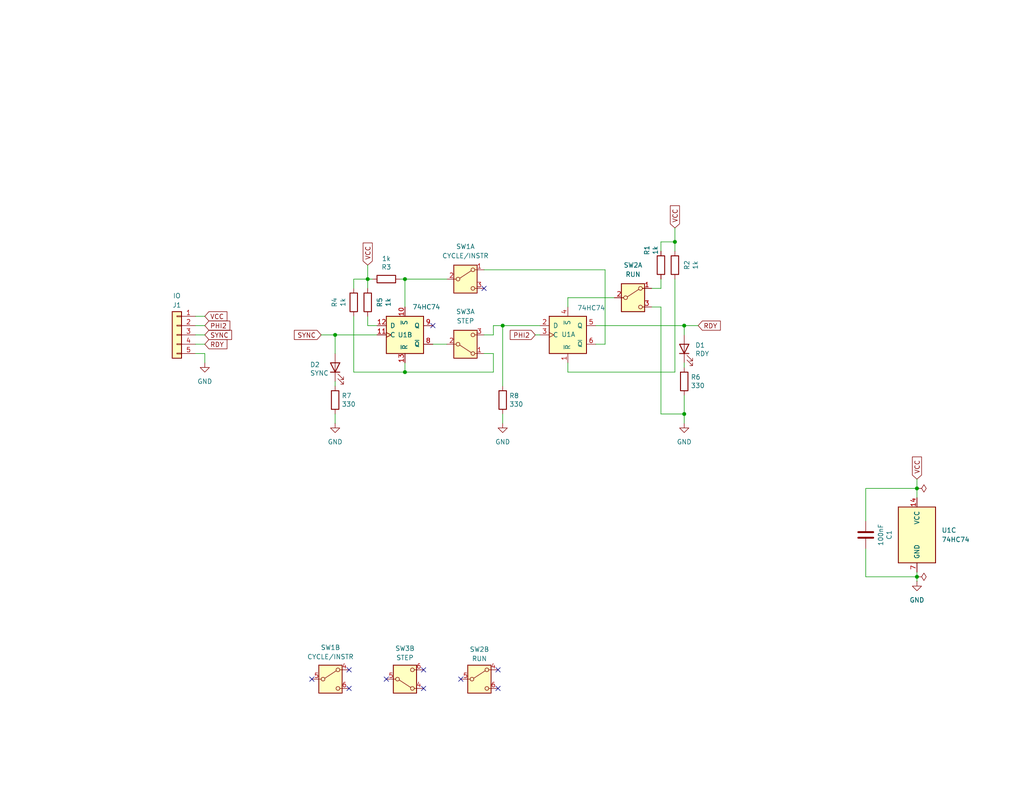
<source format=kicad_sch>
(kicad_sch (version 20250114) (generator "eeschema") (generator_version "9.0")
  (paper "USLetter")
  (title_block (title "6502 Clock Helper") (date "2025-11-16") (rev "1.0") (company "A.C. Wright Design"))
  (lib_symbols
    (symbol "74xx:74HC74" (pin_names (offset 1.016))
      (property "Reference" "U" (at -7.62 8.89 0))
      (property "Value" "74HC74" (at -7.62 -8.89 0))
      (symbol "74HC74_1_0"
        (pin input line (at -7.62 2.54 0) (length 2.54) (name "D") (number "2"))
        (pin input clock (at -7.62 0 0) (length 2.54) (name "C") (number "3"))
        (pin input line (at 0 7.62 270) (length 2.54) (name "~{S}") (number "4"))
        (pin input line (at 0 -7.62 90) (length 2.54) (name "~{R}") (number "1"))
        (pin output line (at 7.62 2.54 180) (length 2.54) (name "Q") (number "5"))
        (pin output line (at 7.62 -2.54 180) (length 2.54) (name "~{Q}") (number "6"))
      )
      (symbol "74HC74_1_1"
        (rectangle (start -5.08 5.08) (end 5.08 -5.08) (stroke (width 0.254)) (fill (type background)))
      )
      (symbol "74HC74_2_0"
        (pin input line (at -7.62 2.54 0) (length 2.54) (name "D") (number "12"))
        (pin input clock (at -7.62 0 0) (length 2.54) (name "C") (number "11"))
        (pin input line (at 0 7.62 270) (length 2.54) (name "~{S}") (number "10"))
        (pin input line (at 0 -7.62 90) (length 2.54) (name "~{R}") (number "13"))
        (pin output line (at 7.62 2.54 180) (length 2.54) (name "Q") (number "9"))
        (pin output line (at 7.62 -2.54 180) (length 2.54) (name "~{Q}") (number "8"))
      )
      (symbol "74HC74_2_1"
        (rectangle (start -5.08 5.08) (end 5.08 -5.08) (stroke (width 0.254)) (fill (type background)))
      )
      (symbol "74HC74_3_0"
        (pin power_in line (at 0 10.16 270) (length 2.54) (name "VCC") (number "14"))
        (pin power_in line (at 0 -10.16 90) (length 2.54) (name "GND") (number "7"))
      )
      (symbol "74HC74_3_1"
        (rectangle (start -5.08 7.62) (end 5.08 -7.62) (stroke (width 0.254)) (fill (type background)))
      )
    )
    (symbol "Connector_Generic:Conn_01x05" (pin_names (offset 1.016) (hide yes))
      (property "Reference" "J" (at 0 7.62 0))
      (property "Value" "Conn_01x05" (at 0 -7.62 0))
      (symbol "Conn_01x05_1_1"
        (rectangle (start -1.27 6.35) (end 1.27 -6.35) (stroke (width 0.254)) (fill (type background)))
        (rectangle (start -1.27 5.207) (end 0 4.953) (stroke (width 0.1524)))
        (rectangle (start -1.27 2.667) (end 0 2.413) (stroke (width 0.1524)))
        (rectangle (start -1.27 0.127) (end 0 -0.127) (stroke (width 0.1524)))
        (rectangle (start -1.27 -2.413) (end 0 -2.667) (stroke (width 0.1524)))
        (rectangle (start -1.27 -4.953) (end 0 -5.207) (stroke (width 0.1524)))
        (pin passive line (at -5.08 5.08 0) (length 3.81) (name "Pin_1") (number "1"))
        (pin passive line (at -5.08 2.54 0) (length 3.81) (name "Pin_2") (number "2"))
        (pin passive line (at -5.08 0 0) (length 3.81) (name "Pin_3") (number "3"))
        (pin passive line (at -5.08 -2.54 0) (length 3.81) (name "Pin_4") (number "4"))
        (pin passive line (at -5.08 -5.08 0) (length 3.81) (name "Pin_5") (number "5"))
      )
    )
    (symbol "Device:C" (pin_numbers (hide yes)) (pin_names (offset 0.254))
      (property "Reference" "C" (at 0.635 2.54 0))
      (property "Value" "C" (at 0.635 -2.54 0))
      (symbol "C_0_1"
        (polyline (pts (xy -2.032 0.762) (xy 2.032 0.762)) (stroke (width 0.508)))
        (polyline (pts (xy -2.032 -0.762) (xy 2.032 -0.762)) (stroke (width 0.508)))
      )
      (symbol "C_1_1"
        (pin passive line (at 0 3.81 270) (length 2.794) (name "~") (number "1"))
        (pin passive line (at 0 -3.81 90) (length 2.794) (name "~") (number "2"))
      )
    )
    (symbol "Device:LED" (pin_numbers (hide yes)) (pin_names (offset 1.016) (hide yes))
      (property "Reference" "D" (at 0 2.54 0))
      (property "Value" "LED" (at 0 -2.54 0))
      (symbol "LED_0_1"
        (polyline (pts (xy -3.048 -0.762) (xy -4.572 -2.286) (xy -3.81 -2.286) (xy -4.572 -2.286) (xy -4.572 -1.524)))
        (polyline (pts (xy -1.778 -0.762) (xy -3.302 -2.286) (xy -2.54 -2.286) (xy -3.302 -2.286) (xy -3.302 -1.524)))
        (polyline (pts (xy -1.27 0) (xy 1.27 0)))
        (polyline (pts (xy -1.27 -1.27) (xy -1.27 1.27)) (stroke (width 0.254)))
        (polyline (pts (xy 1.27 -1.27) (xy 1.27 1.27) (xy -1.27 0) (xy 1.27 -1.27)) (stroke (width 0.254)))
      )
      (symbol "LED_1_1"
        (pin passive line (at -3.81 0 0) (length 2.54) (name "K") (number "1"))
        (pin passive line (at 3.81 0 180) (length 2.54) (name "A") (number "2"))
      )
    )
    (symbol "Device:R" (pin_numbers (hide yes)) (pin_names (offset 0))
      (property "Reference" "R" (at 2.032 0 90))
      (property "Value" "R" (at 0 0 90))
      (symbol "R_0_1"
        (rectangle (start -1.016 -2.54) (end 1.016 2.54) (stroke (width 0.254)))
      )
      (symbol "R_1_1"
        (pin passive line (at 0 3.81 270) (length 1.27) (name "~") (number "1"))
        (pin passive line (at 0 -3.81 90) (length 1.27) (name "~") (number "2"))
      )
    )
    (symbol "GND_1" (power) (pin_numbers (hide yes)) (pin_names (offset 0) (hide yes))
      (property "Value" "GND" (at 0 -3.81 0))
      (symbol "GND_1_0_1"
        (polyline (pts (xy 0 0) (xy 0 -1.27) (xy 1.27 -1.27) (xy 0 -2.54) (xy -1.27 -1.27) (xy 0 -1.27)))
      )
      (symbol "GND_1_1_1"
        (pin power_in line (at 0 0 270) (length 0) (name "~") (number "1"))
      )
    )
    (symbol "Switch:SW_DPDT_x2" (pin_names (offset 0) (hide yes))
      (property "Reference" "SW" (at 0 5.08 0))
      (property "Value" "SW_DPDT_x2" (at 0 -5.08 0))
      (symbol "SW_DPDT_x2_0_0"
        (circle (center -2.032 0) (radius 0.508))
        (circle (center 2.032 -2.54) (radius 0.508))
      )
      (symbol "SW_DPDT_x2_0_1"
        (rectangle (start -3.175 3.81) (end 3.175 -3.81) (stroke (width 0.254)) (fill (type background)))
        (polyline (pts (xy -1.524 0.254) (xy 1.5748 2.286)))
        (circle (center 2.032 2.54) (radius 0.508))
      )
      (symbol "SW_DPDT_x2_1_1"
        (pin passive line (at -5.08 0 0) (length 2.54) (name "B") (number "2"))
        (pin passive line (at 5.08 2.54 180) (length 2.54) (name "A") (number "1"))
        (pin passive line (at 5.08 -2.54 180) (length 2.54) (name "C") (number "3"))
      )
      (symbol "SW_DPDT_x2_2_1"
        (pin passive line (at -5.08 0 0) (length 2.54) (name "B") (number "5"))
        (pin passive line (at 5.08 2.54 180) (length 2.54) (name "A") (number "4"))
        (pin passive line (at 5.08 -2.54 180) (length 2.54) (name "C") (number "6"))
      )
    )
    (symbol "power:PWR_FLAG" (power) (pin_numbers (hide yes)) (pin_names (offset 0) (hide yes))
      (property "Value" "PWR_FLAG" (at 0 3.81 0))
      (symbol "PWR_FLAG_0_0"
        (pin power_out line (at 0 0 90) (length 0) (name "~") (number "1"))
      )
      (symbol "PWR_FLAG_0_1"
        (polyline (pts (xy 0 0) (xy 0 1.27) (xy -1.016 1.905) (xy 0 2.54) (xy 1.016 1.905) (xy 0 1.27)))
      )
    )
  )
  (junction (at 250.19 157.48))
  (junction (at 91.44 91.44))
  (junction (at 137.16 88.9))
  (junction (at 186.69 88.9))
  (junction (at 184.15 66.04))
  (junction (at 100.33 76.2))
  (junction (at 110.49 76.2))
  (junction (at 186.69 113.03))
  (junction (at 250.19 133.35))
  (junction (at 110.49 101.6))
  (no_connect (at 105.41 185.42))
  (no_connect (at 135.89 187.96))
  (no_connect (at 135.89 182.88))
  (no_connect (at 95.25 187.96))
  (no_connect (at 125.73 185.42))
  (no_connect (at 95.25 182.88))
  (no_connect (at 115.57 182.88))
  (no_connect (at 85.09 185.42))
  (no_connect (at 115.57 187.96))
  (no_connect (at 118.11 88.9))
  (no_connect (at 132.08 78.74))
  (wire (pts (xy 180.34 76.2) (xy 180.34 78.74)))
  (wire (pts (xy 236.22 149.86) (xy 236.22 157.48)))
  (wire (pts (xy 186.69 99.06) (xy 186.69 100.33)))
  (wire (pts (xy 96.52 86.36) (xy 96.52 101.6)))
  (wire (pts (xy 184.15 62.23) (xy 184.15 66.04)))
  (wire (pts (xy 53.34 86.36) (xy 55.88 86.36)))
  (wire (pts (xy 132.08 91.44) (xy 134.62 91.44)))
  (wire (pts (xy 96.52 101.6) (xy 110.49 101.6)))
  (wire (pts (xy 236.22 157.48) (xy 250.19 157.48)))
  (wire (pts (xy 165.1 93.98) (xy 162.56 93.98)))
  (wire (pts (xy 134.62 91.44) (xy 134.62 88.9)))
  (wire (pts (xy 162.56 88.9) (xy 186.69 88.9)))
  (wire (pts (xy 186.69 91.44) (xy 186.69 88.9)))
  (wire (pts (xy 177.8 83.82) (xy 180.34 83.82)))
  (wire (pts (xy 91.44 91.44) (xy 102.87 91.44)))
  (wire (pts (xy 154.94 81.28) (xy 154.94 83.82)))
  (wire (pts (xy 165.1 73.66) (xy 165.1 93.98)))
  (wire (pts (xy 134.62 96.52) (xy 134.62 101.6)))
  (wire (pts (xy 100.33 72.39) (xy 100.33 76.2)))
  (wire (pts (xy 250.19 157.48) (xy 250.19 158.75)))
  (wire (pts (xy 53.34 91.44) (xy 55.88 91.44)))
  (wire (pts (xy 186.69 107.95) (xy 186.69 113.03)))
  (wire (pts (xy 132.08 96.52) (xy 134.62 96.52)))
  (wire (pts (xy 167.64 81.28) (xy 154.94 81.28)))
  (wire (pts (xy 137.16 88.9) (xy 137.16 105.41)))
  (wire (pts (xy 53.34 93.98) (xy 55.88 93.98)))
  (wire (pts (xy 87.63 91.44) (xy 91.44 91.44)))
  (wire (pts (xy 132.08 73.66) (xy 165.1 73.66)))
  (wire (pts (xy 236.22 142.24) (xy 236.22 133.35)))
  (wire (pts (xy 186.69 88.9) (xy 190.5 88.9)))
  (wire (pts (xy 110.49 101.6) (xy 110.49 99.06)))
  (wire (pts (xy 134.62 101.6) (xy 110.49 101.6)))
  (wire (pts (xy 91.44 113.03) (xy 91.44 115.57)))
  (wire (pts (xy 110.49 76.2) (xy 110.49 83.82)))
  (wire (pts (xy 110.49 76.2) (xy 121.92 76.2)))
  (wire (pts (xy 91.44 104.14) (xy 91.44 105.41)))
  (wire (pts (xy 180.34 83.82) (xy 180.34 113.03)))
  (wire (pts (xy 236.22 133.35) (xy 250.19 133.35)))
  (wire (pts (xy 55.88 96.52) (xy 53.34 96.52)))
  (wire (pts (xy 146.05 91.44) (xy 147.32 91.44)))
  (wire (pts (xy 184.15 76.2) (xy 184.15 101.6)))
  (wire (pts (xy 186.69 113.03) (xy 186.69 115.57)))
  (wire (pts (xy 101.6 76.2) (xy 100.33 76.2)))
  (wire (pts (xy 250.19 133.35) (xy 250.19 135.89)))
  (wire (pts (xy 100.33 88.9) (xy 100.33 86.36)))
  (wire (pts (xy 154.94 101.6) (xy 154.94 99.06)))
  (wire (pts (xy 53.34 88.9) (xy 55.88 88.9)))
  (wire (pts (xy 100.33 76.2) (xy 100.33 78.74)))
  (wire (pts (xy 134.62 88.9) (xy 137.16 88.9)))
  (wire (pts (xy 180.34 78.74) (xy 177.8 78.74)))
  (wire (pts (xy 250.19 156.21) (xy 250.19 157.48)))
  (wire (pts (xy 250.19 130.81) (xy 250.19 133.35)))
  (wire (pts (xy 180.34 68.58) (xy 180.34 66.04)))
  (wire (pts (xy 96.52 78.74) (xy 96.52 76.2)))
  (wire (pts (xy 102.87 88.9) (xy 100.33 88.9)))
  (wire (pts (xy 118.11 93.98) (xy 121.92 93.98)))
  (wire (pts (xy 109.22 76.2) (xy 110.49 76.2)))
  (wire (pts (xy 96.52 76.2) (xy 100.33 76.2)))
  (wire (pts (xy 180.34 113.03) (xy 186.69 113.03)))
  (wire (pts (xy 180.34 66.04) (xy 184.15 66.04)))
  (wire (pts (xy 55.88 99.06) (xy 55.88 96.52)))
  (wire (pts (xy 184.15 66.04) (xy 184.15 68.58)))
  (wire (pts (xy 137.16 113.03) (xy 137.16 115.57)))
  (wire (pts (xy 91.44 91.44) (xy 91.44 96.52)))
  (wire (pts (xy 137.16 88.9) (xy 147.32 88.9)))
  (wire (pts (xy 184.15 101.6) (xy 154.94 101.6)))
  (global_label "VCC" (shape input) (at 55.88 86.36 0) (property "Intersheetrefs" "${INTERSHEET_REFS}" (effects (hide yes))))
  (global_label "SYNC" (shape input) (at 87.63 91.44 180) (property "Intersheetrefs" "${INTERSHEET_REFS}" (effects (hide yes))))
  (global_label "PHI2" (shape input) (at 146.05 91.44 180) (property "Intersheetrefs" "${INTERSHEET_REFS}" (effects (hide yes))))
  (global_label "VCC" (shape input) (at 184.15 62.23 90) (property "Intersheetrefs" "${INTERSHEET_REFS}" (effects (hide yes))))
  (global_label "VCC" (shape input) (at 250.19 130.81 90) (property "Intersheetrefs" "${INTERSHEET_REFS}" (effects (hide yes))))
  (global_label "RDY" (shape input) (at 190.5 88.9 0) (property "Intersheetrefs" "${INTERSHEET_REFS}" (effects (hide yes))))
  (global_label "RDY" (shape input) (at 55.88 93.98 0) (property "Intersheetrefs" "${INTERSHEET_REFS}" (effects (hide yes))))
  (global_label "SYNC" (shape input) (at 55.88 91.44 0) (property "Intersheetrefs" "${INTERSHEET_REFS}" (effects (hide yes))))
  (global_label "VCC" (shape input) (at 100.33 72.39 90) (property "Intersheetrefs" "${INTERSHEET_REFS}" (effects (hide yes))))
  (global_label "PHI2" (shape input) (at 55.88 88.9 0) (property "Intersheetrefs" "${INTERSHEET_REFS}" (effects (hide yes))))
  (symbol (lib_id "74xx:74HC74") (at 110.49 91.44 0) (unit 2)
    (property "Reference" "U1" (at 108.5088 91.44 0) (effects (justify left)))
    (property "Value" "74HC74" (at 112.5094 83.82 0) (effects (justify left)))
    (property "Footprint" "Package_SO:SO-14_3.9x8.65mm_P1.27mm" (effects (hide yes)))
    (property "Datasheet" "74xx/74hc_hct74.pdf" (effects (hide yes)))
    (property "LCSC" "C27597" (effects (hide yes)))
  )
  (symbol (lib_id "Device:R") (at 137.16 109.22 180) (unit 1)
    (property "Reference" "R8" (at 138.938 108.0516 0) (effects (justify right)))
    (property "Value" "330" (at 138.938 110.363 0) (effects (justify right)))
    (property "Footprint" "Resistor_SMD:R_0805_2012Metric" (effects (hide yes)))
    (property "Description" "Resistor" (effects (hide yes)))
    (property "LCSC" "C17630" (effects (hide yes)))
  )
  (symbol (lib_id "74xx:74HC74") (at 250.19 146.05 0) (unit 3)
    (property "Reference" "U1" (at 256.921 144.7799 0) (effects (justify left)))
    (property "Value" "74HC74" (at 256.921 147.3199 0) (effects (justify left)))
    (property "Footprint" "Package_SO:SO-14_3.9x8.65mm_P1.27mm" (effects (hide yes)))
    (property "Datasheet" "74xx/74hc_hct74.pdf" (effects (hide yes)))
    (property "LCSC" "C27597" (effects (hide yes)))
  )
  (symbol (lib_id "Device:R") (at 184.15 72.39 0) (unit 1)
    (property "Reference" "R2" (at 187.4266 72.39 90))
    (property "Value" "1k" (at 189.738 72.39 90))
    (property "Footprint" "Resistor_SMD:R_0805_2012Metric" (effects (hide yes)))
    (property "Description" "Resistor" (effects (hide yes)))
    (property "LCSC" "C17513" (effects (hide yes)))
  )
  (symbol (lib_name "GND_1") (lib_id "power:GND") (at 91.44 115.57 0) (unit 1)
    (property "Reference" "#PWR01" (effects (hide yes)))
    (property "Value" "GND" (at 91.44 120.65 0))
    (property "Description" "Power symbol creates a global label with name \"GND\" , ground" (effects (hide yes)))
  )
  (symbol (lib_id "Device:R") (at 180.34 72.39 0) (unit 1)
    (property "Reference" "R1" (at 176.5046 68.326 90))
    (property "Value" "1k" (at 178.816 68.326 90))
    (property "Footprint" "Resistor_SMD:R_0805_2012Metric" (effects (hide yes)))
    (property "Description" "Resistor" (effects (hide yes)))
    (property "LCSC" "C17513" (effects (hide yes)))
  )
  (symbol (lib_id "Device:R") (at 91.44 109.22 180) (unit 1)
    (property "Reference" "R7" (at 93.218 108.0516 0) (effects (justify right)))
    (property "Value" "330" (at 93.218 110.363 0) (effects (justify right)))
    (property "Footprint" "Resistor_SMD:R_0805_2012Metric" (effects (hide yes)))
    (property "Description" "Resistor" (effects (hide yes)))
    (property "LCSC" "C17630" (effects (hide yes)))
  )
  (symbol (lib_id "Device:R") (at 105.41 76.2 90) (unit 1)
    (property "Reference" "R3" (at 105.41 72.9234 90))
    (property "Value" "1k" (at 105.41 70.612 90))
    (property "Footprint" "Resistor_SMD:R_0805_2012Metric" (effects (hide yes)))
    (property "Description" "Resistor" (effects (hide yes)))
    (property "LCSC" "C17513" (effects (hide yes)))
  )
  (symbol (lib_id "power:PWR_FLAG") (at 250.19 133.35 270) (unit 1)
    (property "Reference" "#FLG02" (effects (hide yes)))
    (property "Value" "PWR_FLAG" (effects (hide yes)))
    (property "Description" "Special symbol for telling ERC where power comes from" (effects (hide yes)))
  )
  (symbol (lib_id "Switch:SW_DPDT_x2") (at 127 93.98 0) (mirror x) (unit 1)
    (property "Reference" "SW3" (at 127 85.09 0))
    (property "Value" "STEP" (at 127 87.63 0))
    (property "Footprint" "6502 Parts:XKB5858" (effects (hide yes)))
    (property "Description" "Switch, dual pole double throw, separate symbols" (effects (hide yes)))
    (property "LCSC" "C381091" (effects (hide yes)))
  )
  (symbol (lib_name "GND_1") (lib_id "power:GND") (at 250.19 158.75 0) (unit 1)
    (property "Reference" "#PWR04" (effects (hide yes)))
    (property "Value" "GND" (at 250.19 163.83 0))
    (property "Description" "Power symbol creates a global label with name \"GND\" , ground" (effects (hide yes)))
  )
  (symbol (lib_id "Device:R") (at 100.33 82.55 0) (unit 1)
    (property "Reference" "R5" (at 103.6066 82.55 90))
    (property "Value" "1k" (at 105.918 82.55 90))
    (property "Footprint" "Resistor_SMD:R_0805_2012Metric" (effects (hide yes)))
    (property "Description" "Resistor" (effects (hide yes)))
    (property "LCSC" "C17513" (effects (hide yes)))
  )
  (symbol (lib_id "Switch:SW_DPDT_x2") (at 90.17 185.42 0) (unit 2)
    (property "Reference" "SW1" (at 90.17 176.784 0))
    (property "Value" "CYCLE/INSTR" (at 90.17 179.324 0))
    (property "Footprint" "6502 Parts:XKB5858" (effects (hide yes)))
    (property "Description" "Switch, dual pole double throw, separate symbols" (effects (hide yes)))
    (property "LCSC" "C840833" (effects (hide yes)))
  )
  (symbol (lib_id "Switch:SW_DPDT_x2") (at 172.72 81.28 0) (unit 1)
    (property "Reference" "SW2" (at 172.72 72.39 0))
    (property "Value" "RUN" (at 172.72 74.93 0))
    (property "Footprint" "6502 Parts:XKB5858" (effects (hide yes)))
    (property "Description" "Switch, dual pole double throw, separate symbols" (effects (hide yes)))
    (property "LCSC" "C840833" (effects (hide yes)))
  )
  (symbol (lib_id "Connector_Generic:Conn_01x05") (at 48.26 91.44 0) (mirror y) (unit 1) (in_bom no)
    (property "Reference" "J1" (at 48.26 83.312 0))
    (property "Value" "IO" (at 48.26 80.772 0))
    (property "Footprint" "Connector_PinHeader_2.54mm:PinHeader_1x05_P2.54mm_Vertical" (effects (hide yes)))
    (property "Description" "Generic connector, single row, 01x05, script generated (kicad-library-utils/schlib/autogen/connector/)" (effects (hide yes)))
  )
  (symbol (lib_id "Switch:SW_DPDT_x2") (at 110.49 185.42 0) (mirror x) (unit 2)
    (property "Reference" "SW3" (at 110.49 177.038 0))
    (property "Value" "STEP" (at 110.49 179.578 0))
    (property "Footprint" "6502 Parts:XKB5858" (effects (hide yes)))
    (property "Description" "Switch, dual pole double throw, separate symbols" (effects (hide yes)))
    (property "LCSC" "C381091" (effects (hide yes)))
  )
  (symbol (lib_id "Device:R") (at 96.52 82.55 0) (unit 1)
    (property "Reference" "R4" (at 91.2622 82.55 90))
    (property "Value" "1k" (at 93.5736 82.55 90))
    (property "Footprint" "Resistor_SMD:R_0805_2012Metric" (effects (hide yes)))
    (property "Description" "Resistor" (effects (hide yes)))
    (property "LCSC" "C17513" (effects (hide yes)))
  )
  (symbol (lib_id "Device:LED") (at 91.44 100.33 90) (unit 1)
    (property "Reference" "D2" (at 84.582 99.568 90) (effects (justify right)))
    (property "Value" "SYNC" (at 84.582 101.8794 90) (effects (justify right)))
    (property "Footprint" "LED_SMD:LED_0805_2012Metric" (effects (hide yes)))
    (property "Description" "Light emitting diode" (effects (hide yes)))
    (property "LCSC" "C2293" (effects (hide yes)))
  )
  (symbol (lib_id "Device:R") (at 186.69 104.14 180) (unit 1)
    (property "Reference" "R6" (at 188.468 102.9716 0) (effects (justify right)))
    (property "Value" "330" (at 188.468 105.283 0) (effects (justify right)))
    (property "Footprint" "Resistor_SMD:R_0805_2012Metric" (effects (hide yes)))
    (property "Description" "Resistor" (effects (hide yes)))
    (property "LCSC" "C17630" (effects (hide yes)))
  )
  (symbol (lib_name "GND_1") (lib_id "power:GND") (at 137.16 115.57 0) (unit 1)
    (property "Reference" "#PWR02" (effects (hide yes)))
    (property "Value" "GND" (at 137.16 120.65 0))
    (property "Description" "Power symbol creates a global label with name \"GND\" , ground" (effects (hide yes)))
  )
  (symbol (lib_id "Device:C") (at 236.22 146.05 0) (unit 1)
    (property "Reference" "C1" (at 242.6208 146.05 90))
    (property "Value" "100nF" (at 240.3094 146.05 90))
    (property "Footprint" "Capacitor_SMD:C_0805_2012Metric" (effects (hide yes)))
    (property "LCSC" "C49678" (effects (hide yes)))
  )
  (symbol (lib_name "GND_1") (lib_id "power:GND") (at 186.69 115.57 0) (unit 1)
    (property "Reference" "#PWR03" (effects (hide yes)))
    (property "Value" "GND" (at 186.69 120.65 0))
    (property "Description" "Power symbol creates a global label with name \"GND\" , ground" (effects (hide yes)))
  )
  (symbol (lib_id "Switch:SW_DPDT_x2") (at 130.81 185.42 0) (unit 2)
    (property "Reference" "SW2" (at 130.81 177.292 0))
    (property "Value" "RUN" (at 130.81 179.832 0))
    (property "Footprint" "6502 Parts:XKB5858" (effects (hide yes)))
    (property "Description" "Switch, dual pole double throw, separate symbols" (effects (hide yes)))
    (property "LCSC" "C840833" (effects (hide yes)))
  )
  (symbol (lib_id "Device:LED") (at 186.69 95.25 90) (unit 1)
    (property "Reference" "D1" (at 189.6872 94.2594 90) (effects (justify right)))
    (property "Value" "RDY" (at 189.6872 96.5708 90) (effects (justify right)))
    (property "Footprint" "LED_SMD:LED_0805_2012Metric" (effects (hide yes)))
    (property "Description" "Light emitting diode" (effects (hide yes)))
    (property "LCSC" "C2296" (effects (hide yes)))
  )
  (symbol (lib_id "power:PWR_FLAG") (at 250.19 157.48 270) (unit 1)
    (property "Reference" "#FLG01" (effects (hide yes)))
    (property "Value" "PWR_FLAG" (effects (hide yes)))
    (property "Description" "Special symbol for telling ERC where power comes from" (effects (hide yes)))
  )
  (symbol (lib_id "Switch:SW_DPDT_x2") (at 127 76.2 0) (unit 1)
    (property "Reference" "SW1" (at 127 67.31 0))
    (property "Value" "CYCLE/INSTR" (at 127 69.85 0))
    (property "Footprint" "6502 Parts:XKB5858" (effects (hide yes)))
    (property "Description" "Switch, dual pole double throw, separate symbols" (effects (hide yes)))
    (property "LCSC" "C840833" (effects (hide yes)))
  )
  (symbol (lib_name "GND_1") (lib_id "power:GND") (at 55.88 99.06 0) (unit 1)
    (property "Reference" "#PWR05" (effects (hide yes)))
    (property "Value" "GND" (at 55.88 104.14 0))
    (property "Description" "Power symbol creates a global label with name \"GND\" , ground" (effects (hide yes)))
  )
  (symbol (lib_id "74xx:74HC74") (at 154.94 91.44 0) (unit 1)
    (property "Reference" "U1" (at 153.162 91.313 0) (effects (justify left)))
    (property "Value" "74HC74" (at 157.48 84.074 0) (effects (justify left)))
    (property "Footprint" "Package_SO:SO-14_3.9x8.65mm_P1.27mm" (effects (hide yes)))
    (property "Datasheet" "74xx/74hc_hct74.pdf" (effects (hide yes)))
    (property "LCSC" "C27597" (effects (hide yes)))
  )
)
</source>
